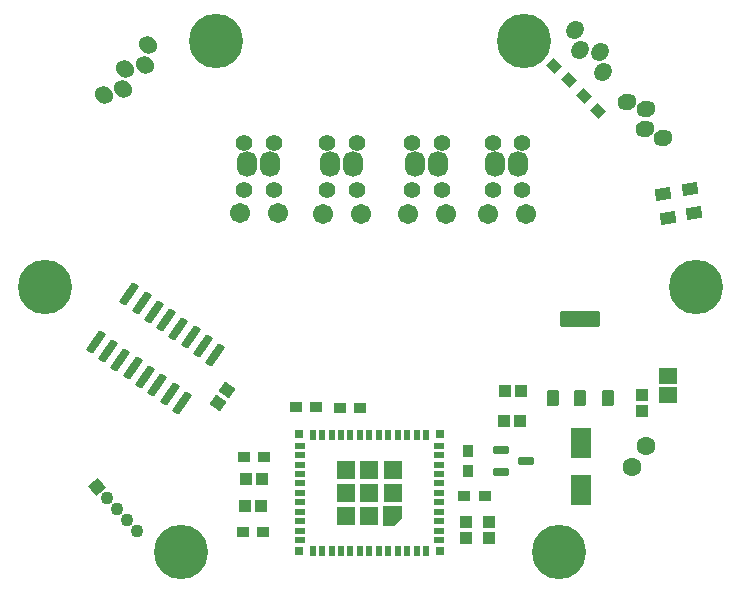
<source format=gts>
G04*
G04 #@! TF.GenerationSoftware,Altium Limited,Altium Designer,22.7.1 (60)*
G04*
G04 Layer_Color=8388736*
%FSLAX44Y44*%
%MOMM*%
G71*
G04*
G04 #@! TF.SameCoordinates,0748B4F3-056A-4A95-B141-1F546F3D5DB7*
G04*
G04*
G04 #@! TF.FilePolarity,Negative*
G04*
G01*
G75*
%ADD19R,1.0000X0.9000*%
%ADD22R,0.9000X1.0000*%
%ADD48O,1.7032X2.2032*%
G04:AMPARAMS|DCode=49|XSize=1.1mm|YSize=1mm|CornerRadius=0mm|HoleSize=0mm|Usage=FLASHONLY|Rotation=325.000|XOffset=0mm|YOffset=0mm|HoleType=Round|Shape=Rectangle|*
%AMROTATEDRECTD49*
4,1,4,-0.7373,-0.0941,-0.1638,0.7251,0.7373,0.0941,0.1638,-0.7251,-0.7373,-0.0941,0.0*
%
%ADD49ROTATEDRECTD49*%

G04:AMPARAMS|DCode=50|XSize=1mm|YSize=0.9mm|CornerRadius=0mm|HoleSize=0mm|Usage=FLASHONLY|Rotation=135.000|XOffset=0mm|YOffset=0mm|HoleType=Round|Shape=Rectangle|*
%AMROTATEDRECTD50*
4,1,4,0.6718,-0.0354,0.0354,-0.6718,-0.6718,0.0354,-0.0354,0.6718,0.6718,-0.0354,0.0*
%
%ADD50ROTATEDRECTD50*%

G04:AMPARAMS|DCode=51|XSize=1mm|YSize=1.3mm|CornerRadius=0mm|HoleSize=0mm|Usage=FLASHONLY|Rotation=280.000|XOffset=0mm|YOffset=0mm|HoleType=Round|Shape=Rectangle|*
%AMROTATEDRECTD51*
4,1,4,-0.7270,0.3795,0.5533,0.6053,0.7270,-0.3795,-0.5533,-0.6053,-0.7270,0.3795,0.0*
%
%ADD51ROTATEDRECTD51*%

%ADD52R,1.5000X1.4000*%
%ADD53R,1.1000X1.0000*%
G04:AMPARAMS|DCode=54|XSize=1.03mm|YSize=1.41mm|CornerRadius=0.1198mm|HoleSize=0mm|Usage=FLASHONLY|Rotation=0.000|XOffset=0mm|YOffset=0mm|HoleType=Round|Shape=RoundedRectangle|*
%AMROUNDEDRECTD54*
21,1,1.0300,1.1705,0,0,0.0*
21,1,0.7905,1.4100,0,0,0.0*
1,1,0.2395,0.3953,-0.5853*
1,1,0.2395,-0.3953,-0.5853*
1,1,0.2395,-0.3953,0.5853*
1,1,0.2395,0.3953,0.5853*
%
%ADD54ROUNDEDRECTD54*%
G04:AMPARAMS|DCode=55|XSize=3.34mm|YSize=1.41mm|CornerRadius=0.1483mm|HoleSize=0mm|Usage=FLASHONLY|Rotation=0.000|XOffset=0mm|YOffset=0mm|HoleType=Round|Shape=RoundedRectangle|*
%AMROUNDEDRECTD55*
21,1,3.3400,1.1135,0,0,0.0*
21,1,3.0435,1.4100,0,0,0.0*
1,1,0.2965,1.5218,-0.5568*
1,1,0.2965,-1.5218,-0.5568*
1,1,0.2965,-1.5218,0.5568*
1,1,0.2965,1.5218,0.5568*
%
%ADD55ROUNDEDRECTD55*%
%ADD56R,1.0000X1.1000*%
%ADD57R,1.8000X2.6000*%
G04:AMPARAMS|DCode=58|XSize=1.33mm|YSize=0.69mm|CornerRadius=0.1975mm|HoleSize=0mm|Usage=FLASHONLY|Rotation=0.000|XOffset=0mm|YOffset=0mm|HoleType=Round|Shape=RoundedRectangle|*
%AMROUNDEDRECTD58*
21,1,1.3300,0.2950,0,0,0.0*
21,1,0.9350,0.6900,0,0,0.0*
1,1,0.3950,0.4675,-0.1475*
1,1,0.3950,-0.4675,-0.1475*
1,1,0.3950,-0.4675,0.1475*
1,1,0.3950,0.4675,0.1475*
%
%ADD58ROUNDEDRECTD58*%
%ADD59R,0.8000X0.8000*%
%ADD60R,1.5500X1.5500*%
%ADD61R,0.5000X0.9000*%
%ADD62R,0.9000X0.5000*%
G04:AMPARAMS|DCode=63|XSize=2.07mm|YSize=0.7mm|CornerRadius=0.125mm|HoleSize=0mm|Usage=FLASHONLY|Rotation=55.000|XOffset=0mm|YOffset=0mm|HoleType=Round|Shape=RoundedRectangle|*
%AMROUNDEDRECTD63*
21,1,2.0700,0.4500,0,0,55.0*
21,1,1.8200,0.7000,0,0,55.0*
1,1,0.2500,0.7063,0.6164*
1,1,0.2500,-0.3377,-0.8745*
1,1,0.2500,-0.7063,-0.6164*
1,1,0.2500,0.3377,0.8745*
%
%ADD63ROUNDEDRECTD63*%
%ADD64C,1.7032*%
%ADD65C,1.4032*%
G04:AMPARAMS|DCode=66|XSize=1.4mm|YSize=1.6mm|CornerRadius=0mm|HoleSize=0mm|Usage=FLASHONLY|Rotation=108.000|XOffset=0mm|YOffset=0mm|HoleType=Round|Shape=Round|*
%AMOVALD66*
21,1,0.2000,1.4000,0.0000,0.0000,198.0*
1,1,1.4000,0.0951,0.0309*
1,1,1.4000,-0.0951,-0.0309*
%
%ADD66OVALD66*%

%ADD67C,1.6000*%
%ADD68P,1.5556X4X357.0*%
%ADD69C,1.1000*%
%ADD70C,4.6000*%
G04:AMPARAMS|DCode=71|XSize=1.4mm|YSize=1.6mm|CornerRadius=0mm|HoleSize=0mm|Usage=FLASHONLY|Rotation=150.000|XOffset=0mm|YOffset=0mm|HoleType=Round|Shape=Round|*
%AMOVALD71*
21,1,0.2000,1.4000,0.0000,0.0000,240.0*
1,1,1.4000,0.0500,0.0866*
1,1,1.4000,-0.0500,-0.0866*
%
%ADD71OVALD71*%

G04:AMPARAMS|DCode=72|XSize=1.4mm|YSize=1.6mm|CornerRadius=0mm|HoleSize=0mm|Usage=FLASHONLY|Rotation=225.000|XOffset=0mm|YOffset=0mm|HoleType=Round|Shape=Round|*
%AMOVALD72*
21,1,0.2000,1.4000,0.0000,0.0000,315.0*
1,1,1.4000,-0.0707,0.0707*
1,1,1.4000,0.0707,-0.0707*
%
%ADD72OVALD72*%

%ADD73C,1.3700*%
G36*
X308713Y112010D02*
X325213D01*
Y102110D01*
X318613Y95511D01*
X308713D01*
Y112010D01*
D02*
G37*
D19*
X288963Y195760D02*
D03*
X271963D02*
D03*
X234963Y196260D02*
D03*
X251963D02*
D03*
X377713Y120510D02*
D03*
X394713D02*
D03*
X190963Y154260D02*
D03*
X207963D02*
D03*
X189963Y90510D02*
D03*
X206963D02*
D03*
D22*
X380963Y159260D02*
D03*
Y142260D02*
D03*
D48*
X423000Y401691D02*
D03*
X404000D02*
D03*
X355000D02*
D03*
X336000D02*
D03*
X283000D02*
D03*
X264000D02*
D03*
X213000Y402000D02*
D03*
X194000D02*
D03*
D49*
X169341Y199481D02*
D03*
X177085Y210540D02*
D03*
D50*
X465973Y473250D02*
D03*
X453952Y485271D02*
D03*
X478952Y459271D02*
D03*
X490973Y447250D02*
D03*
D51*
X572286Y360170D02*
D03*
X568640Y380851D02*
D03*
X549786Y356170D02*
D03*
X546140Y376851D02*
D03*
D52*
X550213Y222260D02*
D03*
Y206260D02*
D03*
D53*
X527713Y193260D02*
D03*
Y206760D02*
D03*
X379463Y85010D02*
D03*
Y98510D02*
D03*
X398463Y85260D02*
D03*
Y98760D02*
D03*
D54*
X453063Y204060D02*
D03*
X475963D02*
D03*
X498863D02*
D03*
D55*
X475963Y270960D02*
D03*
D56*
X425713Y210011D02*
D03*
X412213D02*
D03*
X424963Y184260D02*
D03*
X411463D02*
D03*
X192713Y135010D02*
D03*
X206213D02*
D03*
X205713Y112260D02*
D03*
X192213D02*
D03*
D57*
X476463Y165760D02*
D03*
Y125760D02*
D03*
D58*
X408613Y160010D02*
D03*
Y141010D02*
D03*
X429813Y150510D02*
D03*
D59*
X237713Y74010D02*
D03*
Y173010D02*
D03*
X356713D02*
D03*
Y74010D02*
D03*
D60*
X277463Y123510D02*
D03*
Y143260D02*
D03*
X297213D02*
D03*
X316963D02*
D03*
Y123510D02*
D03*
X297213Y103760D02*
D03*
X277463D02*
D03*
X297213Y123510D02*
D03*
D61*
X345213Y74510D02*
D03*
X337213D02*
D03*
X329213D02*
D03*
X321213D02*
D03*
X313213D02*
D03*
X305213D02*
D03*
X297213D02*
D03*
X289213D02*
D03*
X281213D02*
D03*
X273213D02*
D03*
X265213D02*
D03*
X257213D02*
D03*
X249213D02*
D03*
Y172510D02*
D03*
X257213D02*
D03*
X265213D02*
D03*
X273213D02*
D03*
X281213D02*
D03*
X289213D02*
D03*
X297213D02*
D03*
X305213D02*
D03*
X313213D02*
D03*
X321213D02*
D03*
X329213D02*
D03*
X337213D02*
D03*
X345213D02*
D03*
D62*
X238213Y83511D02*
D03*
Y91510D02*
D03*
Y99510D02*
D03*
Y107510D02*
D03*
Y115510D02*
D03*
Y123510D02*
D03*
Y131510D02*
D03*
Y139510D02*
D03*
Y147510D02*
D03*
Y155511D02*
D03*
Y163510D02*
D03*
X356213D02*
D03*
Y155511D02*
D03*
Y147510D02*
D03*
Y139510D02*
D03*
Y131510D02*
D03*
Y123510D02*
D03*
Y115510D02*
D03*
Y107510D02*
D03*
Y99510D02*
D03*
Y91510D02*
D03*
Y83511D02*
D03*
D63*
X65606Y250982D02*
D03*
X76009Y243697D02*
D03*
X86412Y236413D02*
D03*
X96815Y229129D02*
D03*
X107219Y221844D02*
D03*
X117622Y214560D02*
D03*
X128025Y207275D02*
D03*
X138428Y199991D02*
D03*
X166820Y240539D02*
D03*
X156417Y247823D02*
D03*
X146014Y255108D02*
D03*
X135611Y262392D02*
D03*
X125207Y269677D02*
D03*
X114804Y276961D02*
D03*
X104401Y284245D02*
D03*
X93998Y291530D02*
D03*
D64*
X430000Y360000D02*
D03*
X398000D02*
D03*
X362000D02*
D03*
X330000D02*
D03*
X290000D02*
D03*
X258000D02*
D03*
X220000Y360309D02*
D03*
X188000D02*
D03*
D65*
X426500Y419691D02*
D03*
Y379691D02*
D03*
X401500Y419691D02*
D03*
Y379691D02*
D03*
X358500Y419691D02*
D03*
Y379691D02*
D03*
X333500Y419691D02*
D03*
Y379691D02*
D03*
X286500Y419691D02*
D03*
Y379691D02*
D03*
X261500Y419691D02*
D03*
Y379691D02*
D03*
X216500Y420000D02*
D03*
Y380000D02*
D03*
X191500Y420000D02*
D03*
Y380000D02*
D03*
D66*
X515303Y454731D02*
D03*
X545636Y424165D02*
D03*
X531440Y448826D02*
D03*
X530187Y431688D02*
D03*
D67*
X519953Y145220D02*
D03*
X531173Y162970D02*
D03*
D68*
X66217Y128636D02*
D03*
D69*
X74715Y119198D02*
D03*
X83213Y109760D02*
D03*
X91711Y100323D02*
D03*
X100209Y90885D02*
D03*
D70*
X167421Y506277D02*
D03*
X22426Y297986D02*
D03*
X137921Y73715D02*
D03*
X457921D02*
D03*
X428421Y506277D02*
D03*
X573416Y297986D02*
D03*
D71*
X475444Y498758D02*
D03*
X471169Y515401D02*
D03*
X492486Y496552D02*
D03*
X495038Y479559D02*
D03*
D72*
X90048Y482574D02*
D03*
X110006Y502856D02*
D03*
X106895Y485957D02*
D03*
X88681Y465445D02*
D03*
X72268Y460358D02*
D03*
D73*
X297213Y123510D02*
D03*
X277463D02*
D03*
Y103760D02*
D03*
X297213D02*
D03*
X316963D02*
D03*
Y123510D02*
D03*
Y143260D02*
D03*
X297213D02*
D03*
X277463D02*
D03*
M02*

</source>
